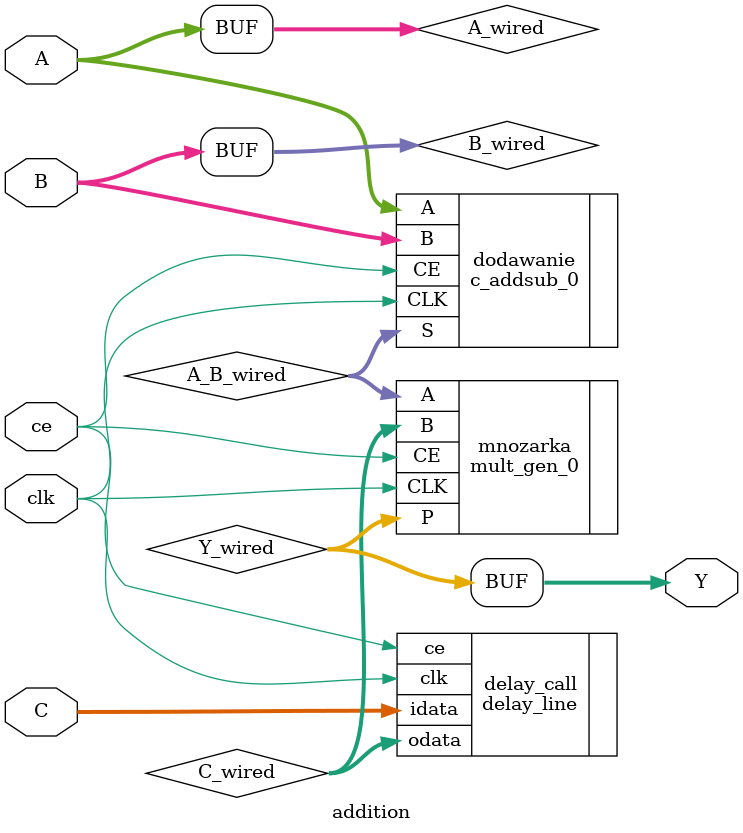
<source format=v>
`timescale 1ns / 1ps


module addition(
    input clk,
    input ce,
    input [9:0] A,
    input [9:0] B,
    input [9:0] C,
    output [20:0] Y
    );
    wire signed [9:0]A_wired;
    wire signed [9:0]B_wired;
    wire signed [9:0]C_wired;
    wire signed [10:0]A_B_wired;
    wire signed [20:0]Y_wired;

// latency = 2
    c_addsub_0 dodawanie(
        .A(A_wired),
        .B(B_wired),
        .CLK(clk),
        .CE(ce),
        .S(A_B_wired)
    );
    delay_line#(
        .N(10),
        .DELAY(2)
    )
    delay_call
    (
        .clk(clk),
        .ce(ce),
        .idata(C),
        .odata(C_wired)
    );
    mult_gen_0 mnozarka(
        .CLK(clk),
        .A(A_B_wired),
        .B(C_wired),
        .CE(ce),
        .P(Y_wired)
    );
    assign A_wired = A;
    assign B_wired = B;
    assign Y = Y_wired;
endmodule

</source>
